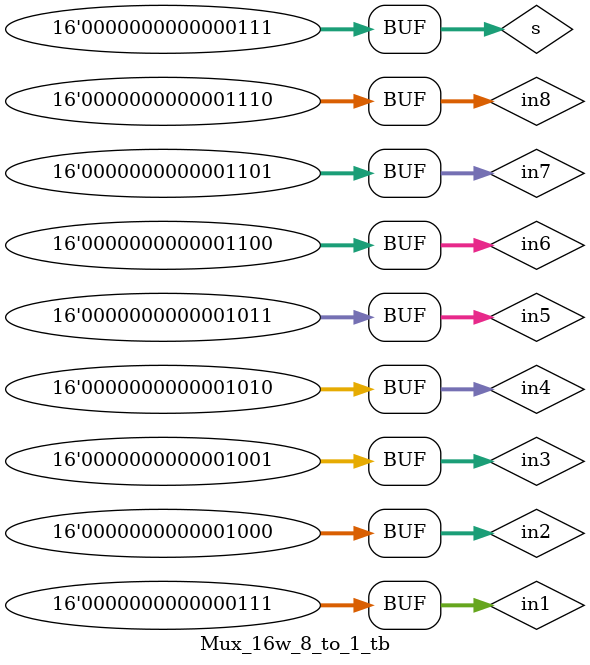
<source format=sv>
module Mux_16w_8_to_1(in1, in2, in3, in4, in5, in6, in7, in8, s, out);
	input [15:0] in1, in2, in3, in4, in5, in6, in7, in8, s;
	output [15:0] out;
	
	always @(s, in1, in2, in3, in4 ,in5 ,in6 ,in7, in8) begin
		case (s)
			3'b000 : out = in1;
			3'b001 : out = in2;
			3'b010 : out = in3;
			3'b011 : out = in4;
			3'b100 : out = in5;
			3'b101 : out = in6;
			3'b110 : out = in7;
			3'b111 : out = in8;
		endcase
	end
endmodule

module Mux_16w_8_to_1_tb;

	logic [15:0] in1, in2, in3, in4, in5, in6, in7, in8, s;
	logic [15:0] out;
	
	Mux_16w_8_to_1 DUT (in1, in2, in3, in4, in5, in6, in7, in8, s, out);
	
	initial begin
		
	for (int i = 0; i < 8; i++) begin
      s = i;
      in1 = i;
      in2 = i + 1;
      in3 = i + 2;
      in4 = i + 3;
      in5 = i + 4;
      in6 = i + 5;
      in7 = i + 6;
      in8 = i + 7;
      #10;
    end
  end
endmodule
</source>
